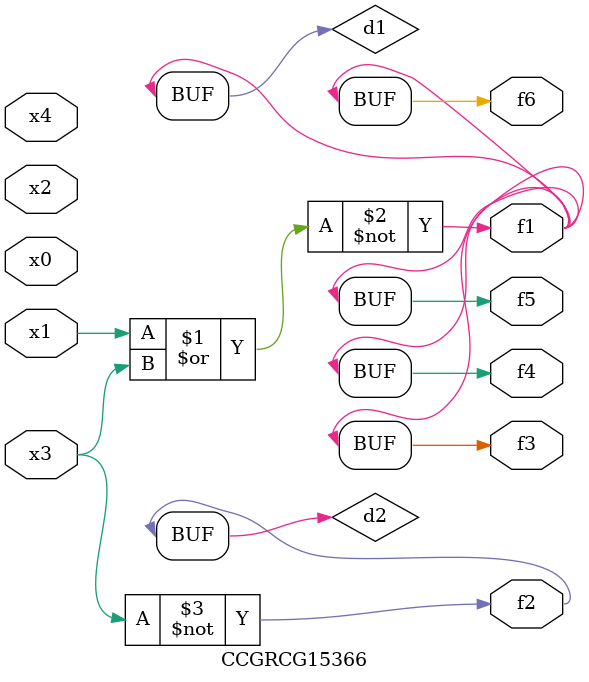
<source format=v>
module CCGRCG15366(
	input x0, x1, x2, x3, x4,
	output f1, f2, f3, f4, f5, f6
);

	wire d1, d2;

	nor (d1, x1, x3);
	not (d2, x3);
	assign f1 = d1;
	assign f2 = d2;
	assign f3 = d1;
	assign f4 = d1;
	assign f5 = d1;
	assign f6 = d1;
endmodule

</source>
